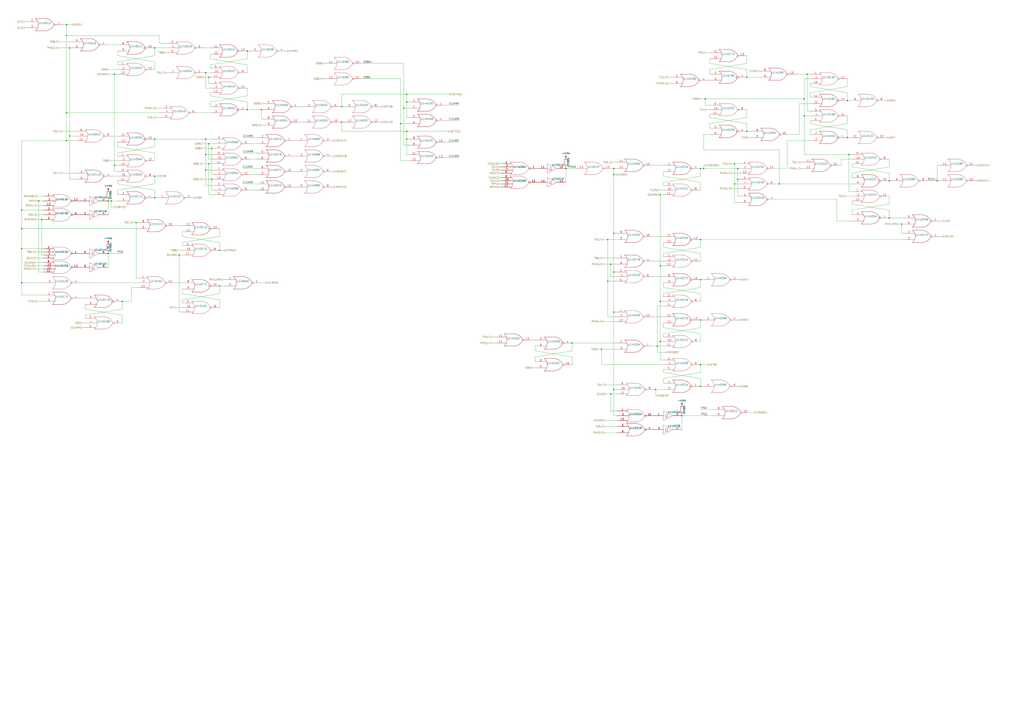
<source format=kicad_sch>
(kicad_sch (version 20211123) (generator eeschema)
  (paper "A1")
  (junction (at 54.61 115.57))
  (junction (at 328.93 101.6))
  (junction (at 603.25 134.62))
  (junction (at 331.47 88.9))
  (junction (at 17.78 172.72))
  (junction (at 147.32 209.55))
  (junction (at 603.25 151.13))
  (junction (at 640.08 151.13))
  (junction (at 575.31 229.87))
  (junction (at 171.45 63.5))
  (junction (at 560.07 341.63))
  (junction (at 180.34 205.74))
  (junction (at 695.96 113.03))
  (junction (at 730.25 179.07))
  (junction (at 501.65 323.85))
  (junction (at 57.15 111.76))
  (junction (at 127 39.37))
  (junction (at 575.31 299.72))
  (junction (at 613.41 63.5))
  (junction (at 127 162.56))
  (junction (at 504.19 256.54))
  (junction (at 577.85 138.43))
  (junction (at 88.9 165.1))
  (junction (at 542.29 247.65))
  (junction (at 494.03 287.02))
  (junction (at 542.29 280.67))
  (junction (at 91.44 165.1))
  (junction (at 214.63 90.17))
  (junction (at 579.12 81.28))
  (junction (at 539.75 284.48))
  (junction (at 613.41 107.95))
  (junction (at 100.33 247.65))
  (junction (at 203.2 90.17))
  (junction (at 54.61 92.71))
  (junction (at 173.99 121.92))
  (junction (at 93.98 135.89))
  (junction (at 334.01 114.3))
  (junction (at 538.48 320.04))
  (junction (at 334.01 77.47))
  (junction (at 93.98 60.96))
  (junction (at 54.61 20.32))
  (junction (at 203.2 41.91))
  (junction (at 34.29 180.34))
  (junction (at 469.9 281.94))
  (junction (at 127 114.3))
  (junction (at 575.31 262.89))
  (junction (at 17.78 204.47))
  (junction (at 501.65 217.17))
  (junction (at 464.82 138.43))
  (junction (at 168.91 127))
  (junction (at 180.34 234.95))
  (junction (at 662.94 60.96))
  (junction (at 17.78 187.96))
  (junction (at 575.31 196.85))
  (junction (at 575.31 138.43))
  (junction (at 730.25 148.59))
  (junction (at 697.23 127))
  (junction (at 280.67 87.63))
  (junction (at 740.41 184.15))
  (junction (at 769.62 148.59))
  (junction (at 168.91 139.7))
  (junction (at 57.15 39.37))
  (junction (at 168.91 59.69))
  (junction (at 173.99 147.32))
  (junction (at 575.31 317.5))
  (junction (at 504.19 143.51))
  (junction (at 499.11 196.85))
  (junction (at 542.29 160.02))
  (junction (at 504.19 223.52))
  (junction (at 499.11 231.14))
  (junction (at 660.4 95.25))
  (junction (at 504.19 138.43))
  (junction (at 31.75 165.1))
  (junction (at 695.96 82.55))
  (junction (at 605.79 147.32))
  (junction (at 280.67 100.33))
  (junction (at 17.78 232.41))
  (junction (at 660.4 81.28))
  (junction (at 111.76 182.88))
  (junction (at 127 144.78))
  (junction (at 334.01 83.82))
  (junction (at 168.91 114.3))
  (junction (at 54.61 29.21))
  (junction (at 171.45 118.11))
  (junction (at 88.9 208.28))
  (junction (at 504.19 320.04))
  (junction (at 334.01 107.95))
  (junction (at 605.79 138.43))
  (junction (at 171.45 134.62))
  (junction (at 504.19 191.77))
  (junction (at 542.29 218.44))
  (wire (pts (xy 501.65 323.85) (xy 501.65 337.82)))
  (wire (pts (xy 214.63 90.17) (xy 214.63 97.79)))
  (wire (pts (xy 582.93 86.36) (xy 579.12 86.36)))
  (wire (pts (xy 769.62 148.59) (xy 769.62 135.89)))
  (wire (pts (xy 411.48 153.67) (xy 410.21 153.67)))
  (wire (pts (xy 331.47 88.9) (xy 331.47 119.38)))
  (wire (pts (xy 34.29 180.34) (xy 35.56 180.34)))
  (wire (pts (xy 57.15 111.76) (xy 62.23 111.76)))
  (wire (pts (xy 506.73 350.52) (xy 496.57 350.52)))
  (wire (pts (xy 613.41 57.15) (xy 582.93 52.07)))
  (wire (pts (xy 464.82 137.16) (xy 464.82 138.43)))
  (wire (pts (xy 312.42 87.63) (xy 313.69 87.63)))
  (wire (pts (xy 331.47 52.07) (xy 331.47 88.9)))
  (wire (pts (xy 35.56 207.01) (xy 29.21 207.01)))
  (wire (pts (xy 96.52 125.73) (xy 96.52 128.27)))
  (wire (pts (xy 613.41 52.07) (xy 582.93 57.15)))
  (wire (pts (xy 96.52 132.08) (xy 90.17 132.08)))
  (wire (pts (xy 659.13 133.35) (xy 657.86 133.35)))
  (wire (pts (xy 331.47 119.38) (xy 335.28 119.38)))
  (wire (pts (xy 180.34 199.39) (xy 149.86 194.31)))
  (wire (pts (xy 149.86 194.31) (xy 149.86 190.5)))
  (wire (pts (xy 469.9 299.72) (xy 469.9 293.37)))
  (wire (pts (xy 730.25 179.07) (xy 741.68 179.07)))
  (wire (pts (xy 607.06 142.24) (xy 600.71 142.24)))
  (wire (pts (xy 504.19 143.51) (xy 506.73 143.51)))
  (wire (pts (xy 88.9 60.96) (xy 93.98 60.96)))
  (wire (pts (xy 544.83 269.24) (xy 575.31 274.32)))
  (wire (pts (xy 613.41 107.95) (xy 613.41 101.6)))
  (wire (pts (xy 35.56 168.91) (xy 30.48 168.91)))
  (wire (pts (xy 241.3 153.67) (xy 242.57 153.67)))
  (wire (pts (xy 544.83 311.15) (xy 544.83 314.96)))
  (wire (pts (xy 246.38 87.63) (xy 248.92 87.63)))
  (wire (pts (xy 96.52 50.8) (xy 96.52 53.34)))
  (wire (pts (xy 127 50.8) (xy 96.52 45.72)))
  (wire (pts (xy 334.01 107.95) (xy 334.01 114.3)))
  (wire (pts (xy 499.11 231.14) (xy 505.46 231.14)))
  (wire (pts (xy 210.82 113.03) (xy 199.39 113.03)))
  (wire (pts (xy 695.96 82.55) (xy 697.23 82.55)))
  (wire (pts (xy 575.31 299.72) (xy 581.66 299.72)))
  (wire (pts (xy 334.01 127) (xy 335.28 127)))
  (wire (pts (xy 279.4 87.63) (xy 280.67 87.63)))
  (wire (pts (xy 166.37 118.11) (xy 171.45 118.11)))
  (wire (pts (xy 17.78 204.47) (xy 35.56 204.47)))
  (wire (pts (xy 130.81 35.56) (xy 137.16 35.56)))
  (wire (pts (xy 171.45 68.58) (xy 172.72 68.58)))
  (wire (pts (xy 551.18 63.5) (xy 548.64 63.5)))
  (wire (pts (xy 35.56 161.29) (xy 30.48 161.29)))
  (wire (pts (xy 575.31 306.07) (xy 544.83 311.15)))
  (wire (pts (xy 54.61 115.57) (xy 62.23 115.57)))
  (wire (pts (xy 575.31 317.5) (xy 576.58 317.5)))
  (wire (pts (xy 246.38 100.33) (xy 248.92 100.33)))
  (wire (pts (xy 539.75 284.48) (xy 544.83 284.48)))
  (wire (pts (xy 539.75 289.56) (xy 547.37 289.56)))
  (wire (pts (xy 127 156.21) (xy 96.52 151.13)))
  (wire (pts (xy 173.99 143.51) (xy 175.26 143.51)))
  (wire (pts (xy 687.07 181.61) (xy 687.07 163.83)))
  (wire (pts (xy 127 39.37) (xy 137.16 39.37)))
  (wire (pts (xy 273.05 153.67) (xy 274.32 153.67)))
  (wire (pts (xy 334.01 83.82) (xy 334.01 96.52)))
  (wire (pts (xy 280.67 77.47) (xy 334.01 77.47)))
  (wire (pts (xy 166.37 134.62) (xy 171.45 134.62)))
  (wire (pts (xy 203.2 48.26) (xy 172.72 53.34)))
  (wire (pts (xy 93.98 140.97) (xy 96.52 140.97)))
  (wire (pts (xy 603.25 134.62) (xy 607.06 134.62)))
  (wire (pts (xy 109.22 182.88) (xy 111.76 182.88)))
  (wire (pts (xy 180.34 241.3) (xy 149.86 246.38)))
  (wire (pts (xy 180.34 234.95) (xy 180.34 241.3)))
  (wire (pts (xy 607.06 262.89) (xy 608.33 262.89)))
  (wire (pts (xy 57.15 111.76) (xy 57.15 147.32)))
  (wire (pts (xy 411.48 151.13) (xy 410.21 151.13)))
  (wire (pts (xy 740.41 184.15) (xy 741.68 184.15)))
  (wire (pts (xy 127 39.37) (xy 127 45.72)))
  (wire (pts (xy 334.01 83.82) (xy 335.28 83.82)))
  (wire (pts (xy 501.65 217.17) (xy 505.46 217.17)))
  (wire (pts (xy 501.65 323.85) (xy 506.73 323.85)))
  (wire (pts (xy 582.93 57.15) (xy 582.93 60.96)))
  (wire (pts (xy 654.05 60.96) (xy 662.94 60.96)))
  (wire (pts (xy 149.86 246.38) (xy 149.86 248.92)))
  (wire (pts (xy 21.59 22.86) (xy 20.32 22.86)))
  (wire (pts (xy 499.11 260.35) (xy 505.46 260.35)))
  (wire (pts (xy 603.25 134.62) (xy 603.25 151.13)))
  (wire (pts (xy 499.11 196.85) (xy 505.46 196.85)))
  (wire (pts (xy 365.76 99.06) (xy 377.19 99.06)))
  (wire (pts (xy 30.48 180.34) (xy 34.29 180.34)))
  (wire (pts (xy 740.41 191.77) (xy 741.68 191.77)))
  (wire (pts (xy 730.25 148.59) (xy 730.25 142.24)))
  (wire (pts (xy 180.34 234.95) (xy 184.15 234.95)))
  (wire (pts (xy 544.83 156.21) (xy 541.02 156.21)))
  (wire (pts (xy 203.2 90.17) (xy 203.2 83.82)))
  (wire (pts (xy 406.4 276.86) (xy 403.86 276.86)))
  (wire (pts (xy 646.43 138.43) (xy 646.43 115.57)))
  (wire (pts (xy 334.01 114.3) (xy 335.28 114.3)))
  (wire (pts (xy 100.33 265.43) (xy 100.33 259.08)))
  (wire (pts (xy 603.25 151.13) (xy 603.25 166.37)))
  (wire (pts (xy 203.2 72.39) (xy 203.2 78.74)))
  (wire (pts (xy 168.91 59.69) (xy 172.72 59.69)))
  (wire (pts (xy 762 148.59) (xy 769.62 148.59)))
  (wire (pts (xy 30.48 165.1) (xy 31.75 165.1)))
  (wire (pts (xy 96.52 156.21) (xy 96.52 160.02)))
  (wire (pts (xy 495.3 196.85) (xy 499.11 196.85)))
  (wire (pts (xy 241.3 140.97) (xy 242.57 140.97)))
  (wire (pts (xy 93.98 135.89) (xy 93.98 140.97)))
  (wire (pts (xy 647.7 110.49) (xy 656.59 110.49)))
  (wire (pts (xy 214.63 232.41) (xy 218.44 232.41)))
  (wire (pts (xy 665.48 101.6) (xy 665.48 99.06)))
  (wire (pts (xy 168.91 72.39) (xy 172.72 72.39)))
  (wire (pts (xy 113.03 228.6) (xy 111.76 228.6)))
  (wire (pts (xy 96.52 57.15) (xy 88.9 57.15)))
  (wire (pts (xy 168.91 139.7) (xy 175.26 139.7)))
  (wire (pts (xy 328.93 101.6) (xy 335.28 101.6)))
  (wire (pts (xy 172.72 53.34) (xy 172.72 55.88)))
  (wire (pts (xy 69.85 254) (xy 69.85 250.19)))
  (wire (pts (xy 622.3 58.42) (xy 623.57 58.42)))
  (wire (pts (xy 406.4 281.94) (xy 403.86 281.94)))
  (wire (pts (xy 769.62 135.89) (xy 770.89 135.89)))
  (wire (pts (xy 699.77 172.72) (xy 699.77 176.53)))
  (wire (pts (xy 93.98 60.96) (xy 96.52 60.96)))
  (wire (pts (xy 613.41 63.5) (xy 623.57 63.5)))
  (wire (pts (xy 464.82 138.43) (xy 472.44 138.43)))
  (wire (pts (xy 31.75 223.52) (xy 35.56 223.52)))
  (wire (pts (xy 127 151.13) (xy 96.52 156.21)))
  (wire (pts (xy 694.69 161.29) (xy 699.77 161.29)))
  (wire (pts (xy 171.45 118.11) (xy 175.26 118.11)))
  (wire (pts (xy 613.41 90.17) (xy 613.41 96.52)))
  (wire (pts (xy 69.85 259.08) (xy 69.85 261.62)))
  (wire (pts (xy 737.87 184.15) (xy 740.41 184.15)))
  (wire (pts (xy 205.74 156.21) (xy 210.82 156.21)))
  (wire (pts (xy 730.25 137.16) (xy 699.77 142.24)))
  (wire (pts (xy 100.33 254) (xy 69.85 259.08)))
  (wire (pts (xy 607.06 154.94) (xy 600.71 154.94)))
  (wire (pts (xy 535.94 284.48) (xy 539.75 284.48)))
  (wire (pts (xy 575.31 81.28) (xy 579.12 81.28)))
  (wire (pts (xy 538.48 320.04) (xy 544.83 320.04)))
  (wire (pts (xy 127 162.56) (xy 127 156.21)))
  (wire (pts (xy 504.19 256.54) (xy 505.46 256.54)))
  (wire (pts (xy 166.37 121.92) (xy 173.99 121.92)))
  (wire (pts (xy 740.41 184.15) (xy 740.41 191.77)))
  (wire (pts (xy 504.19 138.43) (xy 504.19 143.51)))
  (wire (pts (xy 234.95 41.91) (xy 236.22 41.91)))
  (wire (pts (xy 660.4 64.77) (xy 660.4 81.28)))
  (wire (pts (xy 180.34 205.74) (xy 184.15 205.74)))
  (wire (pts (xy 168.91 139.7) (xy 168.91 152.4)))
  (wire (pts (xy 411.48 148.59) (xy 410.21 148.59)))
  (wire (pts (xy 499.11 231.14) (xy 499.11 260.35)))
  (wire (pts (xy 689.61 135.89) (xy 690.88 135.89)))
  (wire (pts (xy 365.76 116.84) (xy 377.19 116.84)))
  (wire (pts (xy 542.29 247.65) (xy 542.29 280.67)))
  (wire (pts (xy 662.94 60.96) (xy 665.48 60.96)))
  (wire (pts (xy 241.3 128.27) (xy 242.57 128.27)))
  (wire (pts (xy 656.59 110.49) (xy 656.59 85.09)))
  (wire (pts (xy 127 57.15) (xy 127 50.8)))
  (wire (pts (xy 542.29 247.65) (xy 544.83 247.65)))
  (wire (pts (xy 184.15 229.87) (xy 182.88 229.87)))
  (wire (pts (xy 130.81 29.21) (xy 130.81 35.56)))
  (wire (pts (xy 544.83 149.86) (xy 544.83 152.4)))
  (wire (pts (xy 168.91 114.3) (xy 168.91 127)))
  (wire (pts (xy 57.15 147.32) (xy 62.23 147.32)))
  (wire (pts (xy 147.32 209.55) (xy 147.32 256.54)))
  (wire (pts (xy 328.93 101.6) (xy 328.93 132.08)))
  (wire (pts (xy 35.56 247.65) (xy 30.48 247.65)))
  (wire (pts (xy 504.19 256.54) (xy 504.19 320.04)))
  (wire (pts (xy 605.79 138.43) (xy 607.06 138.43)))
  (wire (pts (xy 107.95 236.22) (xy 113.03 236.22)))
  (wire (pts (xy 203.2 53.34) (xy 172.72 48.26)))
  (wire (pts (xy 505.46 264.16) (xy 495.3 264.16)))
  (wire (pts (xy 551.18 68.58) (xy 548.64 68.58)))
  (wire (pts (xy 535.94 227.33) (xy 544.83 227.33)))
  (wire (pts (xy 113.03 232.41) (xy 66.04 232.41)))
  (wire (pts (xy 544.83 236.22) (xy 544.83 232.41)))
  (wire (pts (xy 69.85 269.24) (xy 67.31 269.24)))
  (wire (pts (xy 697.23 127) (xy 697.23 157.48)))
  (wire (pts (xy 699.77 142.24) (xy 699.77 146.05)))
  (wire (pts (xy 695.96 106.68) (xy 665.48 101.6)))
  (wire (pts (xy 149.86 199.39) (xy 149.86 201.93)))
  (wire (pts (xy 439.42 288.29) (xy 439.42 284.48)))
  (wire (pts (xy 171.45 134.62) (xy 171.45 160.02)))
  (wire (pts (xy 48.26 39.37) (xy 57.15 39.37)))
  (wire (pts (xy 660.4 127) (xy 697.23 127)))
  (wire (pts (xy 334.01 77.47) (xy 369.57 77.47)))
  (wire (pts (xy 297.18 64.77) (xy 328.93 64.77)))
  (wire (pts (xy 505.46 212.09) (xy 495.3 212.09)))
  (wire (pts (xy 17.78 172.72) (xy 35.56 172.72)))
  (wire (pts (xy 730.25 172.72) (xy 699.77 167.64)))
  (wire (pts (xy 172.72 48.26) (xy 172.72 44.45)))
  (wire (pts (xy 582.93 96.52) (xy 582.93 93.98)))
  (wire (pts (xy 411.48 134.62) (xy 410.21 134.62)))
  (wire (pts (xy 542.29 280.67) (xy 544.83 280.67)))
  (wire (pts (xy 17.78 187.96) (xy 113.03 187.96)))
  (wire (pts (xy 107.95 247.65) (xy 107.95 236.22)))
  (wire (pts (xy 171.45 118.11) (xy 171.45 130.81)))
  (wire (pts (xy 801.37 135.89) (xy 802.64 135.89)))
  (wire (pts (xy 69.85 265.43) (xy 67.31 265.43)))
  (wire (pts (xy 331.47 88.9) (xy 335.28 88.9)))
  (wire (pts (xy 88.9 208.28) (xy 101.6 208.28)))
  (wire (pts (xy 582.93 52.07) (xy 582.93 48.26)))
  (wire (pts (xy 542.29 218.44) (xy 542.29 247.65)))
  (wire (pts (xy 180.34 194.31) (xy 149.86 199.39)))
  (wire (pts (xy 57.15 39.37) (xy 57.15 111.76)))
  (wire (pts (xy 501.65 227.33) (xy 505.46 227.33)))
  (wire (pts (xy 577.85 138.43) (xy 577.85 135.89)))
  (wire (pts (xy 241.3 115.57) (xy 242.57 115.57)))
  (wire (pts (xy 504.19 223.52) (xy 505.46 223.52)))
  (wire (pts (xy 31.75 165.1) (xy 31.75 223.52)))
  (wire (pts (xy 494.03 299.72) (xy 544.83 299.72)))
  (wire (pts (xy 730.25 161.29) (xy 730.25 167.64)))
  (wire (pts (xy 173.99 147.32) (xy 175.26 147.32)))
  (wire (pts (xy 575.31 229.87) (xy 575.31 236.22)))
  (wire (pts (xy 57.15 39.37) (xy 58.42 39.37)))
  (wire (pts (xy 411.48 137.16) (xy 410.21 137.16)))
  (wire (pts (xy 280.67 100.33) (xy 281.94 100.33)))
  (wire (pts (xy 203.2 41.91) (xy 204.47 41.91)))
  (wire (pts (xy 88.9 208.28) (xy 88.9 219.71)))
  (wire (pts (xy 656.59 85.09) (xy 665.48 85.09)))
  (wire (pts (xy 35.56 218.44) (xy 29.21 218.44)))
  (wire (pts (xy 544.83 306.07) (xy 544.83 303.53)))
  (wire (pts (xy 504.19 191.77) (xy 504.19 223.52)))
  (wire (pts (xy 180.34 246.38) (xy 149.86 241.3)))
  (wire (pts (xy 54.61 20.32) (xy 54.61 29.21)))
  (wire (pts (xy 214.63 90.17) (xy 215.9 90.17)))
  (wire (pts (xy 575.31 138.43) (xy 575.31 144.78)))
  (wire (pts (xy 127 120.65) (xy 96.52 125.73)))
  (wire (pts (xy 93.98 60.96) (xy 93.98 135.89)))
  (wire (pts (xy 660.4 81.28) (xy 660.4 95.25)))
  (wire (pts (xy 539.75 284.48) (xy 539.75 289.56)))
  (wire (pts (xy 167.64 59.69) (xy 168.91 59.69)))
  (wire (pts (xy 575.31 311.15) (xy 544.83 306.07)))
  (wire (pts (xy 640.08 151.13) (xy 699.77 151.13)))
  (wire (pts (xy 215.9 85.09) (xy 214.63 85.09)))
  (wire (pts (xy 577.85 110.49) (xy 582.93 110.49)))
  (wire (pts (xy 166.37 147.32) (xy 173.99 147.32)))
  (wire (pts (xy 411.48 142.24) (xy 410.21 142.24)))
  (wire (pts (xy 695.96 113.03) (xy 695.96 106.68)))
  (wire (pts (xy 205.74 143.51) (xy 210.82 143.51)))
  (wire (pts (xy 690.88 130.81) (xy 699.77 130.81)))
  (wire (pts (xy 21.59 17.78) (xy 20.32 17.78)))
  (wire (pts (xy 35.56 212.09) (xy 29.21 212.09)))
  (wire (pts (xy 695.96 76.2) (xy 665.48 71.12)))
  (wire (pts (xy 127 144.78) (xy 127 151.13)))
  (wire (pts (xy 613.41 63.5) (xy 613.41 57.15)))
  (wire (pts (xy 172.72 83.82) (xy 172.72 87.63)))
  (wire (pts (xy 35.56 215.9) (xy 29.21 215.9)))
  (wire (pts (xy 411.48 146.05) (xy 410.21 146.05)))
  (wire (pts (xy 575.31 196.85) (xy 741.68 196.85)))
  (wire (pts (xy 127 45.72) (xy 96.52 50.8)))
  (wire (pts (xy 603.25 166.37) (xy 607.06 166.37)))
  (wire (pts (xy 312.42 100.33) (xy 313.69 100.33)))
  (wire (pts (xy 541.02 160.02) (xy 542.29 160.02)))
  (wire (pts (xy 699.77 181.61) (xy 687.07 181.61)))
  (wire (pts (xy 203.2 59.69) (xy 203.2 53.34)))
  (wire (pts (xy 137.16 43.18) (xy 135.89 43.18)))
  (wire (pts (xy 506.73 316.23) (xy 497.84 316.23)))
  (wire (pts (xy 575.31 274.32) (xy 575.31 280.67)))
  (wire (pts (xy 149.86 241.3) (xy 149.86 237.49)))
  (wire (pts (xy 662.94 60.96) (xy 662.94 91.44)))
  (wire (pts (xy 167.64 63.5) (xy 171.45 63.5)))
  (wire (pts (xy 665.48 71.12) (xy 665.48 68.58)))
  (wire (pts (xy 100.33 247.65) (xy 100.33 254)))
  (wire (pts (xy 62.23 107.95) (xy 50.8 107.95)))
  (wire (pts (xy 66.04 245.11) (xy 69.85 245.11)))
  (wire (pts (xy 88.9 207.01) (xy 88.9 208.28)))
  (wire (pts (xy 542.29 160.02) (xy 544.83 160.02)))
  (wire (pts (xy 127 132.08) (xy 127 125.73)))
  (wire (pts (xy 544.83 203.2) (xy 544.83 199.39)))
  (wire (pts (xy 34.29 180.34) (xy 34.29 209.55)))
  (wire (pts (xy 577.85 135.89) (xy 579.12 135.89)))
  (wire (pts (xy 147.32 209.55) (xy 149.86 209.55)))
  (wire (pts (xy 665.48 106.68) (xy 665.48 110.49)))
  (wire (pts (xy 605.79 161.29) (xy 607.06 161.29)))
  (wire (pts (xy 214.63 97.79) (xy 215.9 97.79)))
  (wire (pts (xy 91.44 170.18) (xy 93.98 170.18)))
  (wire (pts (xy 279.4 100.33) (xy 280.67 100.33)))
  (wire (pts (xy 297.18 52.07) (xy 331.47 52.07)))
  (wire (pts (xy 581.66 66.04) (xy 582.93 66.04)))
  (wire (pts (xy 168.91 59.69) (xy 168.91 72.39)))
  (wire (pts (xy 727.71 82.55) (xy 728.98 82.55)))
  (wire (pts (xy 730.25 179.07) (xy 730.25 172.72)))
  (wire (pts (xy 132.08 88.9) (xy 128.27 88.9)))
  (wire (pts (xy 613.41 45.72) (xy 613.41 52.07)))
  (wire (pts (xy 180.34 187.96) (xy 180.34 194.31)))
  (wire (pts (xy 127 114.3) (xy 127 120.65)))
  (wire (pts (xy 111.76 228.6) (xy 111.76 182.88)))
  (wire (pts (xy 168.91 152.4) (xy 175.26 152.4)))
  (wire (pts (xy 544.83 241.3) (xy 544.83 243.84)))
  (wire (pts (xy 504.19 223.52) (xy 504.19 256.54)))
  (wire (pts (xy 280.67 87.63) (xy 281.94 87.63)))
  (wire (pts (xy 54.61 20.32) (xy 59.69 20.32)))
  (wire (pts (xy 560.07 341.63) (xy 585.47 341.63)))
  (wire (pts (xy 499.11 196.85) (xy 499.11 231.14)))
  (wire (pts (xy 88.9 165.1) (xy 88.9 176.53)))
  (wire (pts (xy 205.74 118.11) (xy 210.82 118.11)))
  (wire (pts (xy 17.78 172.72) (xy 17.78 187.96)))
  (wire (pts (xy 538.48 325.12) (xy 539.75 325.12)))
  (wire (pts (xy 687.07 163.83) (xy 637.54 163.83)))
  (wire (pts (xy 504.19 143.51) (xy 504.19 191.77)))
  (wire (pts (xy 535.94 135.89) (xy 544.83 135.89)))
  (wire (pts (xy 695.96 95.25) (xy 695.96 101.6)))
  (wire (pts (xy 215.9 102.87) (xy 214.63 102.87)))
  (wire (pts (xy 96.52 45.72) (xy 96.52 41.91)))
  (wire (pts (xy 575.31 229.87) (xy 576.58 229.87)))
  (wire (pts (xy 17.78 204.47) (xy 17.78 232.41)))
  (wire (pts (xy 180.34 252.73) (xy 180.34 246.38)))
  (wire (pts (xy 171.45 160.02) (xy 175.26 160.02)))
  (wire (pts (xy 501.65 337.82) (xy 506.73 337.82)))
  (wire (pts (xy 497.84 323.85) (xy 501.65 323.85)))
  (wire (pts (xy 17.78 115.57) (xy 54.61 115.57)))
  (wire (pts (xy 52.07 20.32) (xy 54.61 20.32)))
  (wire (pts (xy 100.33 259.08) (xy 69.85 254)))
  (wire (pts (xy 210.82 138.43) (xy 199.39 138.43)))
  (wire (pts (xy 54.61 29.21) (xy 130.81 29.21)))
  (wire (pts (xy 494.03 287.02) (xy 494.03 299.72)))
  (wire (pts (xy 690.88 135.89) (xy 690.88 130.81)))
  (wire (pts (xy 605.79 147.32) (xy 607.06 147.32)))
  (wire (pts (xy 266.7 64.77) (xy 265.43 64.77)))
  (wire (pts (xy 600.71 134.62) (xy 603.25 134.62)))
  (wire (pts (xy 491.49 287.02) (xy 494.03 287.02)))
  (wire (pts (xy 544.83 208.28) (xy 544.83 210.82)))
  (wire (pts (xy 168.91 127) (xy 175.26 127)))
  (wire (pts (xy 334.01 77.47) (xy 334.01 83.82)))
  (wire (pts (xy 535.94 214.63) (xy 544.83 214.63)))
  (wire (pts (xy 469.9 288.29) (xy 439.42 293.37)))
  (wire (pts (xy 411.48 139.7) (xy 410.21 139.7)))
  (wire (pts (xy 697.23 127) (xy 699.77 127)))
  (wire (pts (xy 365.76 86.36) (xy 377.19 86.36)))
  (wire (pts (xy 662.94 91.44) (xy 665.48 91.44)))
  (wire (pts (xy 266.7 52.07) (xy 265.43 52.07)))
  (wire (pts (xy 127 144.78) (xy 129.54 144.78)))
  (wire (pts (xy 646.43 115.57) (xy 665.48 115.57)))
  (wire (pts (xy 607.06 229.87) (xy 608.33 229.87)))
  (wire (pts (xy 603.25 151.13) (xy 607.06 151.13)))
  (wire (pts (xy 695.96 71.12) (xy 665.48 76.2)))
  (wire (pts (xy 280.67 107.95) (xy 334.01 107.95)))
  (wire (pts (xy 575.31 269.24) (xy 544.83 274.32)))
  (wire (pts (xy 92.71 144.78) (xy 96.52 144.78)))
  (wire (pts (xy 506.73 355.6) (xy 496.57 355.6)))
  (wire (pts (xy 280.67 100.33) (xy 280.67 107.95)))
  (wire (pts (xy 92.71 111.76) (xy 96.52 111.76)))
  (wire (pts (xy 111.76 182.88) (xy 113.03 182.88)))
  (wire (pts (xy 640.08 123.19) (xy 577.85 123.19)))
  (wire (pts (xy 544.83 265.43) (xy 544.83 269.24)))
  (wire (pts (xy 210.82 125.73) (xy 199.39 125.73)))
  (wire (pts (xy 132.08 96.52) (xy 128.27 96.52)))
  (wire (pts (xy 542.29 280.67) (xy 542.29 295.91)))
  (wire (pts (xy 88.9 163.83) (xy 88.9 165.1)))
  (wire (pts (xy 772.16 194.31) (xy 774.7 194.31)))
  (wire (pts (xy 172.72 78.74) (xy 172.72 76.2)))
  (wire (pts (xy 88.9 165.1) (xy 91.44 165.1)))
  (wire (pts (xy 494.03 287.02) (xy 505.46 287.02)))
  (wire (pts (xy 575.31 247.65) (xy 575.31 241.3)))
  (wire (pts (xy 147.32 256.54) (xy 149.86 256.54)))
  (wire (pts (xy 328.93 64.77) (xy 328.93 101.6)))
  (wire (pts (xy 660.4 64.77) (xy 665.48 64.77)))
  (wire (pts (xy 640.08 151.13) (xy 640.08 123.19)))
  (wire (pts (xy 699.77 167.64) (xy 699.77 165.1)))
  (wire (pts (xy 695.96 101.6) (xy 665.48 106.68)))
  (wire (pts (xy 469.9 281.94) (xy 505.46 281.94)))
  (wire (pts (xy 539.75 251.46) (xy 539.75 284.48)))
  (wire (pts (xy 637.54 138.43) (xy 646.43 138.43)))
  (wire (pts (xy 535.94 260.35) (xy 544.83 260.35)))
  (wire (pts (xy 143.51 232.41) (xy 149.86 232.41)))
  (wire (pts (xy 100.33 247.65) (xy 107.95 247.65)))
  (wire (pts (xy 203.2 78.74) (xy 172.72 83.82)))
  (wire (pts (xy 171.45 134.62) (xy 175.26 134.62)))
  (wire (pts (xy 273.05 115.57) (xy 274.32 115.57)))
  (wire (pts (xy 210.82 151.13) (xy 199.39 151.13)))
  (wire (pts (xy 173.99 156.21) (xy 175.26 156.21)))
  (wire (pts (xy 769.62 148.59) (xy 770.89 148.59)))
  (wire (pts (xy 127 114.3) (xy 168.91 114.3)))
  (wire (pts (xy 205.74 130.81) (xy 210.82 130.81)))
  (wire (pts (xy 17.78 187.96) (xy 17.78 204.47)))
  (wire (pts (xy 96.52 151.13) (xy 96.52 148.59)))
  (wire (pts (xy 171.45 63.5) (xy 171.45 68.58)))
  (wire (pts (xy 613.41 96.52) (xy 582.93 101.6)))
  (wire (pts (xy 439.42 302.26) (xy 436.88 302.26)))
  (wire (pts (xy 579.12 86.36) (xy 579.12 81.28)))
  (wire (pts (xy 575.31 138.43) (xy 577.85 138.43)))
  (wire (pts (xy 699.77 137.16) (xy 699.77 134.62)))
  (wire (pts (xy 582.93 101.6) (xy 582.93 105.41)))
  (wire (pts (xy 273.05 128.27) (xy 274.32 128.27)))
  (wire (pts (xy 504.19 191.77) (xy 505.46 191.77)))
  (wire (pts (xy 149.86 205.74) (xy 146.05 205.74)))
  (wire (pts (xy 365.76 129.54) (xy 377.19 129.54)))
  (wire (pts (xy 334.01 114.3) (xy 334.01 127)))
  (wire (pts (xy 17.78 242.57) (xy 35.56 242.57)))
  (wire (pts (xy 501.65 217.17) (xy 501.65 227.33)))
  (wire (pts (xy 695.96 82.55) (xy 695.96 76.2)))
  (wire (pts (xy 542.29 295.91) (xy 544.83 295.91)))
  (wire (pts (xy 203.2 41.91) (xy 203.2 48.26)))
  (wire (pts (xy 273.05 140.97) (xy 274.32 140.97)))
  (wire (pts (xy 575.31 241.3) (xy 544.83 236.22)))
  (wire (pts (xy 575.31 144.78) (xy 544.83 149.86)))
  (wire (pts (xy 579.12 81.28) (xy 660.4 81.28)))
  (wire (pts (xy 660.4 95.25) (xy 665.48 95.25)))
  (wire (pts (xy 506.73 345.44) (xy 496.57 345.44)))
  (wire (pts (xy 575.31 317.5) (xy 575.31 311.15)))
  (wire (pts (xy 504.19 320.04) (xy 506.73 320.04)))
  (wire (pts (xy 802.64 148.59) (xy 801.37 148.59)))
  (wire (pts (xy 577.85 123.19) (xy 577.85 110.49)))
  (wire (pts (xy 146.05 209.55) (xy 147.32 209.55)))
  (wire (pts (xy 544.83 251.46) (xy 539.75 251.46)))
  (wire (pts (xy 173.99 121.92) (xy 175.26 121.92)))
  (wire (pts (xy 334.01 96.52) (xy 335.28 96.52)))
  (wire (pts (xy 575.31 262.89) (xy 576.58 262.89)))
  (wire (pts (xy 582.93 90.17) (xy 580.39 90.17)))
  (wire (pts (xy 91.44 165.1) (xy 91.44 170.18)))
  (wire (pts (xy 560.07 340.36) (xy 560.07 341.63)))
  (wire (pts (xy 579.12 43.18) (xy 582.93 43.18)))
  (wire (pts (xy 697.23 157.48) (xy 699.77 157.48)))
  (wire (pts (xy 575.31 196.85) (xy 575.31 203.2)))
  (wire (pts (xy 334.01 107.95) (xy 368.3 107.95)))
  (wire (pts (xy 660.4 95.25) (xy 660.4 127)))
  (wire (pts (xy 502.92 138.43) (xy 504.19 138.43)))
  (wire (pts (xy 613.41 101.6) (xy 582.93 96.52)))
  (wire (pts (xy 585.47 336.55) (xy 575.31 336.55)))
  (wire (pts (xy 171.45 63.5) (xy 172.72 63.5)))
  (wire (pts (xy 171.45 130.81) (xy 175.26 130.81)))
  (wire (pts (xy 665.48 76.2) (xy 665.48 80.01)))
  (wire (pts (xy 54.61 29.21) (xy 54.61 92.71)))
  (wire (pts (xy 168.91 127) (xy 168.91 139.7)))
  (wire (pts (xy 605.79 147.32) (xy 605.79 161.29)))
  (wire (pts (xy 96.52 120.65) (xy 96.52 116.84)))
  (wire (pts (xy 17.78 232.41) (xy 17.78 242.57)))
  (wire (pts (xy 504.19 320.04) (xy 504.19 341.63)))
  (wire (pts (xy 436.88 279.4) (xy 439.42 279.4)))
  (wire (pts (xy 560.07 341.63) (xy 560.07 353.06)))
  (wire (pts (xy 93.98 135.89) (xy 96.52 135.89)))
  (wire (pts (xy 58.42 34.29) (xy 48.26 34.29)))
  (wire (pts (xy 538.48 320.04) (xy 538.48 325.12)))
  (wire (pts (xy 659.13 138.43) (xy 657.86 138.43)))
  (wire (pts (xy 613.41 107.95) (xy 617.22 107.95)))
  (wire (pts (xy 127 162.56) (xy 128.27 162.56)))
  (wire (pts (xy 54.61 92.71) (xy 54.61 115.57)))
  (wire (pts (xy 173.99 121.92) (xy 173.99 143.51)))
  (wire (pts (xy 168.91 114.3) (xy 175.26 114.3)))
  (wire (pts (xy 605.79 138.43) (xy 605.79 147.32)))
  (wire (pts (xy 535.94 194.31) (xy 544.83 194.31)))
  (wire (pts (xy 31.75 165.1) (xy 35.56 165.1)))
  (wire (pts (xy 730.25 142.24) (xy 699.77 137.16)))
  (wire (pts (xy 575.31 236.22) (xy 544.83 241.3)))
  (wire (pts (xy 577.85 138.43) (xy 605.79 138.43)))
  (wire (pts (xy 575.31 156.21) (xy 575.31 149.86)))
  (wire (pts (xy 158.75 162.56) (xy 160.02 162.56)))
  (wire (pts (xy 617.22 113.03) (xy 614.68 113.03)))
  (wire (pts (xy 544.83 144.78) (xy 544.83 140.97)))
  (wire (pts (xy 35.56 176.53) (xy 30.48 176.53)))
  (wire (pts (xy 695.96 113.03) (xy 697.23 113.03)))
  (wire (pts (xy 54.61 92.71) (xy 132.08 92.71)))
  (wire (pts (xy 62.23 142.24) (xy 50.8 142.24)))
  (wire (pts (xy 504.19 138.43) (xy 505.46 138.43)))
  (wire (pts (xy 637.54 151.13) (xy 640.08 151.13)))
  (wire (pts (xy 772.16 181.61) (xy 774.7 181.61)))
  (wire (pts (xy 542.29 218.44) (xy 544.83 218.44)))
  (wire (pts (xy 575.31 214.63) (xy 575.31 208.28)))
  (wire (pts (xy 537.21 320.04) (xy 538.48 320.04)))
  (wire (pts (xy 575.31 299.72) (xy 575.31 306.07)))
  (wire (pts (xy 328.93 132.08) (xy 335.28 132.08)))
  (wire (pts (xy 469.9 293.37) (xy 439.42 288.29)))
  (wire (pts (xy 695.96 64.77) (xy 695.96 71.12)))
  (wire (pts (xy 730.25 167.64) (xy 699.77 172.72)))
  (wire (pts (xy 127 125.73) (xy 96.52 120.65)))
  (wire (pts (xy 173.99 147.32) (xy 173.99 156.21)))
  (wire (pts (xy 203.2 90.17) (xy 214.63 90.17)))
  (wire (pts (xy 162.56 92.71) (xy 172.72 92.71)))
  (wire (pts (xy 502.92 133.35) (xy 505.46 133.35)))
  (wire (pts (xy 544.83 274.32) (xy 544.83 276.86)))
  (wire (pts (xy 203.2 83.82) (xy 172.72 78.74)))
  (wire (pts (xy 495.3 217.17) (xy 501.65 217.17)))
  (wire (pts (xy 615.95 339.09) (xy 619.76 339.09)))
  (wire (pts (xy 17.78 232.41) (xy 35.56 232.41)))
  (wire (pts (xy 730.25 130.81) (xy 730.25 137.16)))
  (wire (pts (xy 575.31 203.2) (xy 544.83 208.28)))
  (wire (pts (xy 137.16 59.69) (xy 135.89 59.69)))
  (wire (pts (xy 34.29 209.55) (xy 35.56 209.55)))
  (wire (pts (xy 464.82 138.43) (xy 464.82 149.86)))
  (wire (pts (xy 469.9 281.94) (xy 469.9 288.29)))
  (wire (pts (xy 172.72 39.37) (xy 167.64 39.37)))
  (wire (pts (xy 607.06 317.5) (xy 608.33 317.5)))
  (wire (pts (xy 280.67 87.63) (xy 280.67 77.47)))
  (wire (pts (xy 727.71 113.03) (xy 728.98 113.03)))
  (wire (pts (xy 542.29 160.02) (xy 542.29 218.44)))
  (wire (pts (xy 91.44 165.1) (xy 96.52 165.1)))
  (wire (pts (xy 439.42 293.37) (xy 439.42 297.18)))
  (wire (pts (xy 575.31 262.89) (xy 575.31 269.24)))
  (wire (pts (xy 504.19 341.63) (xy 506.73 341.63)))
  (wire (pts (xy 180.34 205.74) (xy 180.34 199.39)))
  (wire (pts (xy 17.78 115.57) (xy 17.78 172.72)))
  (wire (pts (xy 143.51 185.42) (xy 149.86 185.42)))
  (wire (pts (xy 730.25 148.59) (xy 731.52 148.59)))
  (wire (pts (xy 575.31 149.86) (xy 544.83 144.78)))
  (wire (pts (xy 88.9 36.83) (xy 96.52 36.83)))
  (wire (pts (xy 149.86 252.73) (xy 144.78 252.73)))
  (wire (pts (xy 35.56 220.98) (xy 29.21 220.98)))
  (wire (pts (xy 575.31 208.28) (xy 544.83 203.2)))
  (label "CLEARC" (at 199.39 138.43 0) (effects (font (size 1.524 1.524))))
  (label "TPGF" (at 101.6 208.28 180) (effects (font (size 1.524 1.524))))
  (label "CLEARC" (at 377.19 116.84 180) (effects (font (size 1.524 1.524))))
  (label "TPGF" (at 575.31 336.55 0) (effects (font (size 1.524 1.524))))
  (label "ERAS" (at 467.36 138.43 0) (effects (font (size 1.524 1.524))))
  (label "RSTK/" (at 762 148.59 0) (effects (font (size 1.524 1.524))))
  (label "CLEARA" (at 199.39 113.03 0) (effects (font (size 1.524 1.524))))
  (label "CLEARA" (at 377.19 86.36 180) (effects (font (size 1.524 1.524))))
  (label "S08A" (at 298.45 64.77 0) (effects (font (size 1.524 1.524))))
  (label "TPGE" (at 575.31 341.63 0) (effects (font (size 1.524 1.524))))
  (label "S08A/" (at 298.45 52.07 0) (effects (font (size 1.524 1.524))))
  (label "CLEARD" (at 377.19 129.54 180) (effects (font (size 1.524 1.524))))
  (label "CLEARD" (at 199.39 151.13 0) (effects (font (size 1.524 1.524))))
  (label "CLEARB" (at 377.19 99.06 180) (effects (font (size 1.524 1.524))))
  (label "CLEARB" (at 199.39 125.73 0) (effects (font (size 1.524 1.524))))
  (hierarchical_label "T06" (shape input) (at 436.88 302.26 180) (effects (font (size 1.524 1.524))))
  (hierarchical_label "S12" (shape input) (at 20.32 22.86 180) (effects (font (size 1.524 1.524))))
  (hierarchical_label "PHS3/" (shape input) (at 496.57 355.6 180) (effects (font (size 1.524 1.524))))
  (hierarchical_label "T05/" (shape input) (at 30.48 176.53 180) (effects (font (size 1.524 1.524))))
  (hierarchical_label "GOJAM" (shape input) (at 29.21 215.9 180) (effects (font (size 1.524 1.524))))
  (hierarchical_label "REDRST" (shape output) (at 547.37 289.56 0) (effects (font (size 1.524 1.524))))
  (hierarchical_label "MAMU" (shape input) (at 410.21 153.67 180) (effects (font (size 1.524 1.524))))
  (hierarchical_label "T01" (shape input) (at 694.69 161.29 180) (effects (font (size 1.524 1.524))))
  (hierarchical_label "RESETC" (shape output) (at 274.32 140.97 0) (effects (font (size 1.524 1.524))))
  (hierarchical_label "S09" (shape input) (at 166.37 118.11 180) (effects (font (size 1.524 1.524))))
  (hierarchical_label "STBF" (shape output) (at 129.54 144.78 0) (effects (font (size 1.524 1.524))))
  (hierarchical_label "T03/" (shape input) (at 495.3 196.85 180) (effects (font (size 1.524 1.524))))
  (hierarchical_label "T05/" (shape input) (at 403.86 276.86 180) (effects (font (size 1.524 1.524))))
  (hierarchical_label "SCAD" (shape input) (at 497.84 323.85 180) (effects (font (size 1.524 1.524))))
  (hierarchical_label "T05/" (shape input) (at 502.92 133.35 180) (effects (font (size 1.524 1.524))))
  (hierarchical_label "SBF" (shape output) (at 160.02 162.56 0) (effects (font (size 1.524 1.524))))
  (hierarchical_label "S09/" (shape input) (at 166.37 147.32 180) (effects (font (size 1.524 1.524))))
  (hierarchical_label "T08" (shape input) (at 146.05 205.74 180) (effects (font (size 1.524 1.524))))
  (hierarchical_label "MP1" (shape input) (at 410.21 151.13 180) (effects (font (size 1.524 1.524))))
  (hierarchical_label "RSTKX/" (shape output) (at 802.64 135.89 0) (effects (font (size 1.524 1.524))))
  (hierarchical_label "PHS3/" (shape input) (at 403.86 281.94 180) (effects (font (size 1.524 1.524))))
  (hierarchical_label "PHS4/" (shape input) (at 495.3 264.16 180) (effects (font (size 1.524 1.524))))
  (hierarchical_label "T11" (shape input) (at 580.39 90.17 180) (effects (font (size 1.524 1.524))))
  (hierarchical_label "T03" (shape input) (at 67.31 265.43 180) (effects (font (size 1.524 1.524))))
  (hierarchical_label "INOUT" (shape input) (at 410.21 142.24 180) (effects (font (size 1.524 1.524))))
  (hierarchical_label "T08" (shape input) (at 90.17 132.08 180) (effects (font (size 1.524 1.524))))
  (hierarchical_label "MNHSBF" (shape input) (at 30.48 161.29 180) (effects (font (size 1.524 1.524))))
  (hierarchical_label "STRGAT" (shape output) (at 184.15 205.74 0) (effects (font (size 1.524 1.524))))
  (hierarchical_label "FNERAS/" (shape output) (at 579.12 135.89 0) (effects (font (size 1.524 1.524))))
  (hierarchical_label "GOJAM" (shape input) (at 496.57 345.44 180) (effects (font (size 1.524 1.524))))
  (hierarchical_label "ROP/" (shape output) (at 59.69 20.32 0) (effects (font (size 1.524 1.524))))
  (hierarchical_label "T02/" (shape input) (at 657.86 133.35 180) (effects (font (size 1.524 1.524))))
  (hierarchical_label "T10/" (shape input) (at 30.48 247.65 180) (effects (font (size 1.524 1.524))))
  (hierarchical_label "GOJAM" (shape input) (at 67.31 269.24 180) (effects (font (size 1.524 1.524))))
  (hierarchical_label "T07/" (shape input) (at 50.8 142.24 180) (effects (font (size 1.524 1.524))))
  (hierarchical_label "SETAB" (shape output) (at 313.69 87.63 0) (effects (font (size 1.524 1.524))))
  (hierarchical_label "IHENV" (shape output) (at 236.22 41.91 0) (effects (font (size 1.524 1.524))))
  (hierarchical_label "WEY" (shape output) (at 728.98 113.03 0) (effects (font (size 1.524 1.524))))
  (hierarchical_label "T12A" (shape input) (at 541.02 156.21 180) (effects (font (size 1.524 1.524))))
  (hierarchical_label "RESETB" (shape output) (at 274.32 128.27 0) (effects (font (size 1.524 1.524))))
  (hierarchical_label "T05" (shape input) (at 491.49 287.02 180) (effects (font (size 1.524 1.524))))
  (hierarchical_label "PHS4/" (shape input) (at 30.48 168.91 180) (effects (font (size 1.524 1.524))))
  (hierarchical_label "SETCD" (shape output) (at 313.69 100.33 0) (effects (font (size 1.524 1.524))))
  (hierarchical_label "PHS4/" (shape input) (at 600.71 142.24 180) (effects (font (size 1.524 1.524))))
  (hierarchical_label "S08" (shape input) (at 265.43 52.07 180) (effects (font (size 1.524 1.524))))
  (hierarchical_label "PHS3/" (shape input) (at 48.26 39.37 180) (effects (font (size 1.524 1.524))))
  (hierarchical_label "SBE" (shape output) (at 608.33 317.5 0) (effects (font (size 1.524 1.524))))
  (hierarchical_label "SETCD/" (shape output) (at 368.3 107.95 0) (effects (font (size 1.524 1.524))))
  (hierarchical_label "ZID" (shape output) (at 774.7 181.61 0) (effects (font (size 1.524 1.524))))
  (hierarchical_label "S08/" (shape input) (at 166.37 134.62 180) (effects (font (size 1.524 1.524))))
  (hierarchical_label "RESETA" (shape output) (at 274.32 115.57 0) (effects (font (size 1.524 1.524))))
  (hierarchical_label "T01/" (shape input) (at 135.89 59.69 180) (effects (font (size 1.524 1.524))))
  (hierarchical_label "PHS3/" (shape input) (at 600.71 154.94 180) (effects (font (size 1.524 1.524))))
  (hierarchical_label "T08/" (shape input) (at 48.26 34.29 180) (effects (font (size 1.524 1.524))))
  (hierarchical_label "STBE" (shape output) (at 581.66 299.72 0) (effects (font (size 1.524 1.524))))
  (hierarchical_label "T04/" (shape input) (at 497.84 316.23 180) (effects (font (size 1.524 1.524))))
  (hierarchical_label "TPARG/" (shape output) (at 619.76 339.09 0) (effects (font (size 1.524 1.524))))
  (hierarchical_label "MYCLMP" (shape input) (at 737.87 184.15 180) (effects (font (size 1.524 1.524))))
  (hierarchical_label "T10/" (shape input) (at 600.71 134.62 180) (effects (font (size 1.524 1.524))))
  (hierarchical_label "T12A" (shape input) (at 622.3 58.42 180) (effects (font (size 1.524 1.524))))
  (hierarchical_label "ERAS/" (shape output) (at 506.73 143.51 0) (effects (font (size 1.524 1.524))))
  (hierarchical_label "T10" (shape input) (at 614.68 113.03 180) (effects (font (size 1.524 1.524))))
  (hierarchical_label "S08" (shape input) (at 166.37 121.92 180) (effects (font (size 1.524 1.524))))
  (hierarchical_label "GOJ1" (shape input) (at 410.21 148.59 180) (effects (font (size 1.524 1.524))))
  (hierarchical_label "PHS3/" (shape input) (at 495.3 217.17 180) (effects (font (size 1.524 1.524))))
  (hierarchical_label "REX" (shape output) (at 608.33 262.89 0) (effects (font (size 1.524 1.524))))
  (hierarchical_label "T02/" (shape input) (at 109.22 182.88 180) (effects (font (size 1.524 1.524))))
  (hierarchical_label "T05/" (shape input) (at 50.8 107.95 180) (effects (font (size 1.524 1.524))))
  (hierarchical_label "GOJAM" (shape input) (at 146.05 209.55 180) (effects (font (size 1.524 1.524))))
  (hierarchical_label "T01" (shape input) (at 579.12 43.18 180) (effects (font (size 1.524 1.524))))
  (hierarchical_label "MYCLMP" (shape input) (at 182.88 229.87 180) (effects (font (size 1.524 1.524))))
  (hierarchical_label "REY" (shape output) (at 608.33 229.87 0) (effects (font (size 1.524 1.524))))
  (hierarchical_label "S11" (shape input) (at 410.21 137.16 180) (effects (font (size 1.524 1.524))))
  (hierarchical_label "T12/" (shape input) (at 548.64 63.5 180) (effects (font (size 1.524 1.524))))
  (hierarchical_label "T08" (shape input) (at 135.89 43.18 180) (effects (font (size 1.524 1.524))))
  (hierarchical_label "CHINC" (shape input) (at 410.21 146.05 180) (effects (font (size 1.524 1.524))))
  (hierarchical_label "S12" (shape input) (at 410.21 139.7 180) (effects (font (size 1.524 1.524))))
  (hierarchical_label "DV3764" (shape input) (at 30.48 180.34 180) (effects (font (size 1.524 1.524))))
  (hierarchical_label "WEX" (shape output) (at 728.98 82.55 0) (effects (font (size 1.524 1.524))))
  (hierarchical_label "TIMR" (shape input) (at 167.64 63.5 180) (effects (font (size 1.524 1.524))))
  (hierarchical_label "SETEK" (shape output) (at 774.7 194.31 0) (effects (font (size 1.524 1.524))))
  (hierarchical_label "SETAB/" (shape output) (at 369.57 77.47 0) (effects (font (size 1.524 1.524))))
  (hierarchical_label "SBFSET" (shape output) (at 93.98 170.18 0) (effects (font (size 1.524 1.524))))
  (hierarchical_label "T10/" (shape input) (at 128.27 96.52 180) (effects (font (size 1.524 1.524))))
  (hierarchical_label "GOJAM" (shape input) (at 541.02 160.02 180) (effects (font (size 1.524 1.524))))
  (hierarchical_label "S08/" (shape input) (at 265.43 64.77 180) (effects (font (size 1.524 1.524))))
  (hierarchical_label "PHS4/" (shape input) (at 128.27 88.9 180) (effects (font (size 1.524 1.524))))
  (hierarchical_label "MP1" (shape input) (at 30.48 165.1 180) (effects (font (size 1.524 1.524))))
  (hierarchical_label "T07" (shape input) (at 144.78 252.73 180) (effects (font (size 1.524 1.524))))
  (hierarchical_label "TIMR" (shape input) (at 575.31 81.28 180) (effects (font (size 1.524 1.524))))
  (hierarchical_label "S11" (shape input) (at 20.32 17.78 180) (effects (font (size 1.524 1.524))))
  (hierarchical_label "PHS4/" (shape input) (at 657.86 138.43 180) (effects (font (size 1.524 1.524))))
  (hierarchical_label "SBESET" (shape output) (at 539.75 325.12 0) (effects (font (size 1.524 1.524))))
  (hierarchical_label "T06/" (shape input) (at 495.3 212.09 180) (effects (font (size 1.524 1.524))))
  (hierarchical_label "T09" (shape input) (at 88.9 57.15 180) (effects (font (size 1.524 1.524))))
  (hierarchical_label "T05/" (shape input) (at 496.57 350.52 180) (effects (font (size 1.524 1.524))))
  (hierarchical_label "PHS2/" (shape input) (at 29.21 220.98 180) (effects (font (size 1.524 1.524))))
  (hierarchical_label "S09" (shape input) (at 214.63 85.09 180) (effects (font (size 1.524 1.524))))
  (hierarchical_label "CLROPE" (shape output) (at 218.44 232.41 0) (effects (font (size 1.524 1.524))))
  (hierarchical_label "TCSAJ3" (shape input) (at 29.21 218.44 180) (effects (font (size 1.524 1.524))))
  (hierarchical_label "RSTKY/" (shape output) (at 802.64 148.59 0) (effects (font (size 1.524 1.524))))
  (hierarchical_label "PHS3/" (shape input) (at 548.64 68.58 180) (effects (font (size 1.524 1.524))))
  (hierarchical_label "GOJ1" (shape input) (at 29.21 212.09 180) (effects (font (size 1.524 1.524))))
  (hierarchical_label "GOJAM" (shape input) (at 88.9 60.96 180) (effects (font (size 1.524 1.524))))
  (hierarchical_label "S09/" (shape input) (at 214.63 102.87 180) (effects (font (size 1.524 1.524))))
  (hierarchical_label "RESETD" (shape output) (at 274.32 153.67 0) (effects (font (size 1.524 1.524))))
  (hierarchical_label "T08/" (shape input) (at 29.21 207.01 180) (effects (font (size 1.524 1.524))))
  (hierarchical_label "TCSAJ3" (shape input) (at 410.21 134.62 180) (effects (font (size 1.524 1.524))))
  (symbol (lib_id "agc_kicad_components:74HC02") (at 36.83 20.32 0) (unit 1)
    (property "Reference" "U14001" (at 36.83 19.05 0) (effects (font (size 1.524 1.524))))
  )
  (symbol (lib_id "agc_kicad_components:74HC02") (at 73.66 36.83 0) (unit 2)
    (property "Reference" "U14001" (at 73.66 35.56 0) (effects (font (size 1.524 1.524))))
  )
  (symbol (lib_id "agc_kicad_components:74HC02") (at 111.76 39.37 0) (unit 3)
    (property "Reference" "U14001" (at 111.76 38.1 0) (effects (font (size 1.524 1.524))))
    (property "Initial" "1" (at 118.11 39.37 0) (effects (font (size 1.524 1.524) italic)))
  )
  (symbol (lib_id "agc_kicad_components:74HC27") (at 111.76 57.15 0) (unit 1)
    (property "Reference" "U14002" (at 111.76 55.88 0) (effects (font (size 1.524 1.524))))
  )
  (symbol (lib_id "agc_kicad_components:74HC27") (at 152.4 39.37 0) (unit 2)
    (property "Reference" "U14002" (at 152.4 38.1 0) (effects (font (size 1.524 1.524))))
  )
  (symbol (lib_id "agc_kicad_components:74HC02") (at 187.96 41.91 0) (unit 4)
    (property "Reference" "U14001" (at 187.96 40.64 0) (effects (font (size 1.524 1.524))))
    (property "Initial" "1" (at 194.31 41.91 0) (effects (font (size 1.524 1.524) italic)))
  )
  (symbol (lib_id "agc_kicad_components:74HC27") (at 187.96 59.69 0) (unit 3)
    (property "Reference" "U14002" (at 187.96 58.42 0) (effects (font (size 1.524 1.524))))
  )
  (symbol (lib_id "agc_kicad_components:74HC04") (at 152.4 59.69 0) (unit 1)
    (property "Reference" "U14003" (at 152.4 58.42 0) (effects (font (size 1.524 1.524))))
  )
  (symbol (lib_id "agc_kicad_components:74HC04") (at 219.71 41.91 0) (unit 2)
    (property "Reference" "U14003" (at 219.71 40.64 0) (effects (font (size 1.524 1.524))))
  )
  (symbol (lib_id "agc_kicad_components:74HC27") (at 187.96 72.39 0) (unit 1)
    (property "Reference" "U14004" (at 187.96 71.12 0) (effects (font (size 1.524 1.524))))
  )
  (symbol (lib_id "agc_kicad_components:74HC02") (at 187.96 90.17 0) (unit 1)
    (property "Reference" "U14005" (at 187.96 88.9 0) (effects (font (size 1.524 1.524))))
    (property "Initial" "1" (at 194.31 90.17 0) (effects (font (size 1.524 1.524) italic)))
  )
  (symbol (lib_id "agc_kicad_components:74HC27") (at 147.32 92.71 0) (unit 2)
    (property "Reference" "U14004" (at 147.32 91.44 0) (effects (font (size 1.524 1.524))))
  )
  (symbol (lib_id "agc_kicad_components:74HC02") (at 231.14 87.63 0) (unit 2)
    (property "Reference" "U14005" (at 231.14 86.36 0) (effects (font (size 1.524 1.524))))
  )
  (symbol (lib_id "agc_kicad_components:74HC02") (at 231.14 100.33 0) (unit 3)
    (property "Reference" "U14005" (at 231.14 99.06 0) (effects (font (size 1.524 1.524))))
  )
  (symbol (lib_id "agc_kicad_components:74HC04") (at 264.16 87.63 0) (unit 3)
    (property "Reference" "U14003" (at 264.16 86.36 0) (effects (font (size 1.524 1.524))))
  )
  (symbol (lib_id "agc_kicad_components:74HC04") (at 297.18 87.63 0) (unit 4)
    (property "Reference" "U14003" (at 297.18 86.36 0) (effects (font (size 1.524 1.524))))
  )
  (symbol (lib_id "agc_kicad_components:74HC04") (at 264.16 100.33 0) (unit 5)
    (property "Reference" "U14003" (at 264.16 99.06 0) (effects (font (size 1.524 1.524))))
  )
  (symbol (lib_id "agc_kicad_components:74HC04") (at 297.18 100.33 0) (unit 6)
    (property "Reference" "U14003" (at 297.18 99.06 0) (effects (font (size 1.524 1.524))))
  )
  (symbol (lib_id "agc_kicad_components:74HC27") (at 77.47 111.76 0) (unit 3)
    (property "Reference" "U14004" (at 77.47 110.49 0) (effects (font (size 1.524 1.524))))
  )
  (symbol (lib_id "agc_kicad_components:74HC02") (at 111.76 114.3 0) (unit 4)
    (property "Reference" "U14005" (at 111.76 113.03 0) (effects (font (size 1.524 1.524))))
    (property "Initial" "1" (at 118.11 114.3 0) (effects (font (size 1.524 1.524) italic)))
  )
  (symbol (lib_id "agc_kicad_components:74HC27") (at 111.76 132.08 0) (unit 1)
    (property "Reference" "U14006" (at 111.76 130.81 0) (effects (font (size 1.524 1.524))))
  )
  (symbol (lib_id "agc_kicad_components:74HC27") (at 190.5 118.11 0) (unit 2)
    (property "Reference" "U14006" (at 190.5 116.84 0) (effects (font (size 1.524 1.524))))
  )
  (symbol (lib_id "agc_kicad_components:74HC02") (at 226.06 115.57 0) (unit 1)
    (property "Reference" "U14007" (at 226.06 114.3 0) (effects (font (size 1.524 1.524))))
  )
  (symbol (lib_id "agc_kicad_components:74HC04") (at 257.81 115.57 0) (unit 1)
    (property "Reference" "U14008" (at 257.81 114.3 0) (effects (font (size 1.524 1.524))))
  )
  (symbol (lib_id "agc_kicad_components:74HC27") (at 190.5 130.81 0) (unit 3)
    (property "Reference" "U14006" (at 190.5 129.54 0) (effects (font (size 1.524 1.524))))
  )
  (symbol (lib_id "agc_kicad_components:74HC02") (at 226.06 128.27 0) (unit 2)
    (property "Reference" "U14007" (at 226.06 127 0) (effects (font (size 1.524 1.524))))
  )
  (symbol (lib_id "agc_kicad_components:74HC04") (at 257.81 128.27 0) (unit 2)
    (property "Reference" "U14008" (at 257.81 127 0) (effects (font (size 1.524 1.524))))
  )
  (symbol (lib_id "agc_kicad_components:74HC27") (at 190.5 143.51 0) (unit 1)
    (property "Reference" "U14009" (at 190.5 142.24 0) (effects (font (size 1.524 1.524))))
  )
  (symbol (lib_id "agc_kicad_components:74HC02") (at 226.06 140.97 0) (unit 3)
    (property "Reference" "U14007" (at 226.06 139.7 0) (effects (font (size 1.524 1.524))))
  )
  (symbol (lib_id "agc_kicad_components:74HC04") (at 257.81 140.97 0) (unit 3)
    (property "Reference" "U14008" (at 257.81 139.7 0) (effects (font (size 1.524 1.524))))
  )
  (symbol (lib_id "agc_kicad_components:74HC27") (at 190.5 156.21 0) (unit 2)
    (property "Reference" "U14009" (at 190.5 154.94 0) (effects (font (size 1.524 1.524))))
  )
  (symbol (lib_id "agc_kicad_components:74HC02") (at 226.06 153.67 0) (unit 4)
    (property "Reference" "U14007" (at 226.06 152.4 0) (effects (font (size 1.524 1.524))))
  )
  (symbol (lib_id "agc_kicad_components:74HC04") (at 257.81 153.67 0) (unit 4)
    (property "Reference" "U14008" (at 257.81 152.4 0) (effects (font (size 1.524 1.524))))
  )
  (symbol (lib_id "agc_kicad_components:74HC04") (at 281.94 52.07 0) (unit 5)
    (property "Reference" "U14008" (at 281.94 50.8 0) (effects (font (size 1.524 1.524))))
  )
  (symbol (lib_id "agc_kicad_components:74HC04") (at 281.94 64.77 0) (unit 6)
    (property "Reference" "U14008" (at 281.94 63.5 0) (effects (font (size 1.524 1.524))))
  )
  (symbol (lib_id "agc_kicad_components:74HC02") (at 350.52 86.36 0) (unit 1)
    (property "Reference" "U14010" (at 350.52 85.09 0) (effects (font (size 1.524 1.524))))
  )
  (symbol (lib_id "agc_kicad_components:74HC02") (at 350.52 99.06 0) (unit 2)
    (property "Reference" "U14010" (at 350.52 97.79 0) (effects (font (size 1.524 1.524))))
  )
  (symbol (lib_id "agc_kicad_components:74HC02") (at 350.52 116.84 0) (unit 3)
    (property "Reference" "U14010" (at 350.52 115.57 0) (effects (font (size 1.524 1.524))))
  )
  (symbol (lib_id "agc_kicad_components:74HC02") (at 350.52 129.54 0) (unit 4)
    (property "Reference" "U14010" (at 350.52 128.27 0) (effects (font (size 1.524 1.524))))
  )
  (symbol (lib_id "agc_kicad_components:74HC27") (at 111.76 144.78 0) (unit 3)
    (property "Reference" "U14009" (at 111.76 143.51 0) (effects (font (size 1.524 1.524))))
  )
  (symbol (lib_id "agc_kicad_components:74HC02") (at 111.76 162.56 0) (unit 1)
    (property "Reference" "U14011" (at 111.76 161.29 0) (effects (font (size 1.524 1.524))))
    (property "Initial" "1" (at 118.11 162.56 0) (effects (font (size 1.524 1.524) italic)))
  )
  (symbol (lib_id "agc_kicad_components:74HC02") (at 77.47 144.78 0) (unit 2)
    (property "Reference" "U14011" (at 77.47 143.51 0) (effects (font (size 1.524 1.524))))
  )
  (symbol (lib_id "agc_kicad_components:74HC04") (at 143.51 162.56 0) (unit 1)
    (property "Reference" "U14012" (at 143.51 161.29 0) (effects (font (size 1.524 1.524))))
  )
  (symbol (lib_id "agc_kicad_components:74HC27") (at 50.8 165.1 0) (unit 1)
    (property "Reference" "U14013" (at 50.8 163.83 0) (effects (font (size 1.524 1.524))))
  )
  (symbol (lib_id "agc_kicad_components:74HC27") (at 50.8 176.53 0) (unit 2)
    (property "Reference" "U14013" (at 50.8 175.26 0) (effects (font (size 1.524 1.524))))
  )
  (symbol (lib_id "agc_kicad_components:74LVC07") (at 77.47 165.1 0) (unit 1)
    (property "Reference" "U14014" (at 82.423 162.179 0) (effects (font (size 1.524 1.524))))
  )
  (symbol (lib_id "agc_kicad_components:74LVC07") (at 77.47 176.53 0) (unit 2)
    (property "Reference" "U14014" (at 82.423 173.609 0) (effects (font (size 1.524 1.524))))
  )
  (symbol (lib_id "Device:R") (at 88.9 160.02 0) (unit 1)
    (property "Reference" "R14001" (at 90.932 160.02 90))
  )
  (symbol (lib_id "agc_kicad_components:74HC4002") (at 50.8 208.28 0) (unit 1)
    (property "Reference" "U14015" (at 50.8 207.01 0) (effects (font (size 1.524 1.524))))
  )
  (symbol (lib_id "agc_kicad_components:74HC4002") (at 50.8 219.71 0) (unit 2)
    (property "Reference" "U14015" (at 50.8 218.44 0) (effects (font (size 1.524 1.524))))
  )
  (symbol (lib_id "agc_kicad_components:74LVC07") (at 77.47 208.28 0) (unit 3)
    (property "Reference" "U14014" (at 82.423 205.359 0) (effects (font (size 1.524 1.524))))
  )
  (symbol (lib_id "agc_kicad_components:74LVC07") (at 77.47 219.71 0) (unit 4)
    (property "Reference" "U14014" (at 82.423 216.789 0) (effects (font (size 1.524 1.524))))
  )
  (symbol (lib_id "Device:R") (at 88.9 203.2 0) (unit 1)
    (property "Reference" "R14002" (at 90.932 203.2 90))
    (property "Value" "5k" (at 88.9 203.2 90))
  )
  (symbol (lib_id "agc_kicad_components:74HC02") (at 128.27 185.42 0) (unit 3)
    (property "Reference" "U14011" (at 128.27 184.15 0) (effects (font (size 1.524 1.524))))
  )
  (symbol (lib_id "agc_kicad_components:74HC02") (at 165.1 187.96 0) (unit 4)
    (property "Reference" "U14011" (at 165.1 186.69 0) (effects (font (size 1.524 1.524))))
    (property "Initial" "1" (at 171.45 187.96 0) (effects (font (size 1.524 1.524) italic)))
  )
  (symbol (lib_id "agc_kicad_components:74HC27") (at 165.1 205.74 0) (unit 3)
    (property "Reference" "U14013" (at 165.1 204.47 0) (effects (font (size 1.524 1.524))))
  )
  (symbol (lib_id "agc_kicad_components:74HC27") (at 128.27 232.41 0) (unit 1)
    (property "Reference" "U14016" (at 128.27 231.14 0) (effects (font (size 1.524 1.524))))
  )
  (symbol (lib_id "agc_kicad_components:74HC04") (at 50.8 232.41 0) (unit 2)
    (property "Reference" "U14012" (at 50.8 231.14 0) (effects (font (size 1.524 1.524))))
  )
  (symbol (lib_id "agc_kicad_components:74HC02") (at 50.8 245.11 0) (unit 1)
    (property "Reference" "U14017" (at 50.8 243.84 0) (effects (font (size 1.524 1.524))))
  )
  (symbol (lib_id "agc_kicad_components:74HC02") (at 85.09 247.65 0) (unit 2)
    (property "Reference" "U14017" (at 85.09 246.38 0) (effects (font (size 1.524 1.524))))
    (property "Initial" "1" (at 91.44 247.65 0) (effects (font (size 1.524 1.524) italic)))
  )
  (symbol (lib_id "agc_kicad_components:74HC27") (at 85.09 265.43 0) (unit 2)
    (property "Reference" "U14016" (at 85.09 264.16 0) (effects (font (size 1.524 1.524))))
  )
  (symbol (lib_id "agc_kicad_components:74HC02") (at 165.1 234.95 0) (unit 3)
    (property "Reference" "U14017" (at 165.1 233.68 0) (effects (font (size 1.524 1.524))))
    (property "Initial" "1" (at 171.45 234.95 0) (effects (font (size 1.524 1.524) italic)))
  )
  (symbol (lib_id "agc_kicad_components:74HC27") (at 560.07 214.63 0) (unit 1)
    (property "Reference" "U14021" (at 560.07 213.36 0) (effects (font (size 1.524 1.524))))
  )
  (symbol (lib_id "agc_kicad_components:74HC27") (at 165.1 252.73 0) (unit 3)
    (property "Reference" "U14016" (at 165.1 251.46 0) (effects (font (size 1.524 1.524))))
  )
  (symbol (lib_id "agc_kicad_components:74HC27") (at 520.7 227.33 0) (unit 2)
    (property "Reference" "U14021" (at 520.7 226.06 0) (effects (font (size 1.524 1.524))))
  )
  (symbol (lib_id "agc_kicad_components:74LVC07") (at 453.39 138.43 0) (unit 5)
    (property "Reference" "U14014" (at 458.343 135.509 0) (effects (font (size 1.524 1.524))))
  )
  (symbol (lib_id "agc_kicad_components:74LVC07") (at 453.39 149.86 0) (unit 6)
    (property "Reference" "U14014" (at 458.343 146.939 0) (effects (font (size 1.524 1.524))))
  )
  (symbol (lib_id "Device:R") (at 464.82 133.35 0) (unit 1)
    (property "Reference" "R14003" (at 466.852 133.35 90))
  )
  (symbol (lib_id "agc_kicad_components:74HC04") (at 487.68 138.43 0) (unit 6)
    (property "Reference" "U14012" (at 487.68 137.16 0) (effects (font (size 1.524 1.524))))
  )
  (symbol (lib_id "agc_kicad_components:74HC02") (at 598.17 45.72 0) (unit 4)
    (property "Reference" "U14017" (at 598.17 44.45 0) (effects (font (size 1.524 1.524))))
  )
  (symbol (lib_id "agc_kicad_components:74HC02") (at 520.7 135.89 0) (unit 4)
    (property "Reference" "U14020" (at 520.7 134.62 0) (effects (font (size 1.524 1.524))))
  )
  (symbol (lib_id "agc_kicad_components:74HC02") (at 598.17 63.5 0) (unit 1)
    (property "Reference" "U14018" (at 598.17 62.23 0) (effects (font (size 1.524 1.524))))
    (property "Initial" "1" (at 604.52 63.5 0) (effects (font (size 1.524 1.524) italic)))
  )
  (symbol (lib_id "agc_kicad_components:74HC02") (at 560.07 138.43 0) (unit 1)
    (property "Reference" "U14022" (at 560.07 137.16 0) (effects (font (size 1.524 1.524))))
    (property "Initial" "1" (at 566.42 138.43 0) (effects (font (size 1.524 1.524) italic)))
  )
  (symbol (lib_id "agc_kicad_components:74HC02") (at 566.42 66.04 0) (unit 2)
    (property "Reference" "U14018" (at 566.42 64.77 0) (effects (font (size 1.524 1.524))))
  )
  (symbol (lib_id "agc_kicad_components:74HC02") (at 638.81 60.96 0) (unit 3)
    (property "Reference" "U14018" (at 638.81 59.69 0) (effects (font (size 1.524 1.524))))
  )
  (symbol (lib_id "agc_kicad_components:74HC27") (at 560.07 156.21 0) (unit 3)
    (property "Reference" "U14021" (at 560.07 154.94 0) (effects (font (size 1.524 1.524))))
  )
  (symbol (lib_id "agc_kicad_components:74HC27") (at 680.72 64.77 0) (unit 1)
    (property "Reference" "U14019" (at 680.72 63.5 0) (effects (font (size 1.524 1.524))))
  )
  (symbol (lib_id "agc_kicad_components:74HC27") (at 622.3 138.43 0) (unit 1)
    (property "Reference" "U14023" (at 622.3 137.16 0) (effects (font (size 1.524 1.524))))
  )
  (symbol (lib_id "agc_kicad_components:74HC02") (at 680.72 82.55 0) (unit 4)
    (property "Reference" "U14018" (at 680.72 81.28 0) (effects (font (size 1.524 1.524))))
    (property "Initial" "1" (at 687.07 82.55 0) (effects (font (size 1.524 1.524) italic)))
  )
  (symbol (lib_id "agc_kicad_components:74HC04") (at 712.47 82.55 0) (unit 4)
    (property "Reference" "U14012" (at 712.47 81.28 0) (effects (font (size 1.524 1.524))))
  )
  (symbol (lib_id "agc_kicad_components:74HC27") (at 680.72 95.25 0) (unit 2)
    (property "Reference" "U14019" (at 680.72 93.98 0) (effects (font (size 1.524 1.524))))
  )
  (symbol (lib_id "agc_kicad_components:74HC02") (at 680.72 113.03 0) (unit 1)
    (property "Reference" "U14020" (at 680.72 111.76 0) (effects (font (size 1.524 1.524))))
    (property "Initial" "1" (at 687.07 113.03 0) (effects (font (size 1.524 1.524) italic)))
  )
  (symbol (lib_id "agc_kicad_components:74HC04") (at 712.47 113.03 0) (unit 5)
    (property "Reference" "U14012" (at 712.47 111.76 0) (effects (font (size 1.524 1.524))))
  )
  (symbol (lib_id "agc_kicad_components:74HC27") (at 622.3 151.13 0) (unit 2)
    (property "Reference" "U14023" (at 622.3 149.86 0) (effects (font (size 1.524 1.524))))
  )
  (symbol (lib_id "agc_kicad_components:74HC27") (at 598.17 90.17 0) (unit 3)
    (property "Reference" "U14019" (at 598.17 88.9 0) (effects (font (size 1.524 1.524))))
  )
  (symbol (lib_id "agc_kicad_components:74HC02") (at 598.17 107.95 0) (unit 2)
    (property "Reference" "U14020" (at 598.17 106.68 0) (effects (font (size 1.524 1.524))))
    (property "Initial" "1" (at 604.52 107.95 0) (effects (font (size 1.524 1.524) italic)))
  )
  (symbol (lib_id "agc_kicad_components:74HC02") (at 632.46 110.49 0) (unit 3)
    (property "Reference" "U14020" (at 632.46 109.22 0) (effects (font (size 1.524 1.524))))
  )
  (symbol (lib_id "agc_kicad_components:74HC04") (at 746.76 148.59 0) (unit 4)
    (property "Reference" "U14028" (at 746.76 147.32 0) (effects (font (size 1.524 1.524))))
  )
  (symbol (lib_id "agc_kicad_components:74HC04") (at 786.13 148.59 0) (unit 5)
    (property "Reference" "U14028" (at 786.13 147.32 0) (effects (font (size 1.524 1.524))))
  )
  (symbol (lib_id "agc_kicad_components:74HC04") (at 786.13 135.89 0) (unit 6)
    (property "Reference" "U14028" (at 786.13 134.62 0) (effects (font (size 1.524 1.524))))
  )
  (symbol (lib_id "agc_kicad_components:74HC02") (at 622.3 163.83 0) (unit 2)
    (property "Reference" "U14022" (at 622.3 162.56 0) (effects (font (size 1.524 1.524))))
  )
  (symbol (lib_id "agc_kicad_components:74HC27") (at 715.01 130.81 0) (unit 3)
    (property "Reference" "U14023" (at 715.01 129.54 0) (effects (font (size 1.524 1.524))))
  )
  (symbol (lib_id "agc_kicad_components:74HC02") (at 715.01 148.59 0) (unit 3)
    (property "Reference" "U14022" (at 715.01 147.32 0) (effects (font (size 1.524 1.524))))
    (property "Initial" "1" (at 721.36 148.59 0) (effects (font (size 1.524 1.524) italic)))
  )
  (symbol (lib_id "agc_kicad_components:74HC02") (at 674.37 135.89 0) (unit 4)
    (property "Reference" "U14022" (at 674.37 134.62 0) (effects (font (size 1.524 1.524))))
  )
  (symbol (lib_id "agc_kicad_components:74HC27") (at 715.01 161.29 0) (unit 1)
    (property "Reference" "U14024" (at 715.01 160.02 0) (effects (font (size 1.524 1.524))))
  )
  (symbol (lib_id "agc_kicad_components:74HC02") (at 715.01 179.07 0) (unit 1)
    (property "Reference" "U14025" (at 715.01 177.8 0) (effects (font (size 1.524 1.524))))
    (property "Initial" "1" (at 721.36 179.07 0) (effects (font (size 1.524 1.524) italic)))
  )
  (symbol (lib_id "agc_kicad_components:74HC02") (at 756.92 181.61 0) (unit 2)
    (property "Reference" "U14025" (at 756.92 180.34 0) (effects (font (size 1.524 1.524))))
  )
  (symbol (lib_id "agc_kicad_components:74HC4002") (at 426.72 138.43 0) (unit 1)
    (property "Reference" "U14026" (at 426.72 137.16 0) (effects (font (size 1.524 1.524))))
  )
  (symbol (lib_id "agc_kicad_components:74HC4002") (at 426.72 149.86 0) (unit 2)
    (property "Reference" "U14026" (at 426.72 148.59 0) (effects (font (size 1.524 1.524))))
  )
  (symbol (lib_id "agc_kicad_components:74HC02") (at 520.7 194.31 0) (unit 3)
    (property "Reference" "U14025" (at 520.7 193.04 0) (effects (font (size 1.524 1.524))))
  )
  (symbol (lib_id "agc_kicad_components:74HC02") (at 560.07 196.85 0) (unit 4)
    (property "Reference" "U14025" (at 560.07 195.58 0) (effects (font (size 1.524 1.524))))
    (property "Initial" "1" (at 566.42 196.85 0) (effects (font (size 1.524 1.524) italic)))
  )
  (symbol (lib_id "agc_kicad_components:74HC02") (at 756.92 194.31 0) (unit 1)
    (property "Reference" "U14027" (at 756.92 193.04 0) (effects (font (size 1.524 1.524))))
  )
  (symbol (lib_id "agc_kicad_components:74HC02") (at 520.7 214.63 0) (unit 2)
    (property "Reference" "U14027" (at 520.7 213.36 0) (effects (font (size 1.524 1.524))))
  )
  (symbol (lib_id "agc_kicad_components:74HC02") (at 560.07 229.87 0) (unit 3)
    (property "Reference" "U14027" (at 560.07 228.6 0) (effects (font (size 1.524 1.524))))
    (property "Initial" "1" (at 566.42 229.87 0) (effects (font (size 1.524 1.524) italic)))
  )
  (symbol (lib_id "agc_kicad_components:74HC27") (at 560.07 247.65 0) (unit 2)
    (property "Reference" "U14024" (at 560.07 246.38 0) (effects (font (size 1.524 1.524))))
  )
  (symbol (lib_id "agc_kicad_components:74HC04") (at 591.82 229.87 0) (unit 1)
    (property "Reference" "U14028" (at 591.82 228.6 0) (effects (font (size 1.524 1.524))))
  )
  (symbol (lib_id "agc_kicad_components:74HC02") (at 560.07 262.89 0) (unit 4)
    (property "Reference" "U14027" (at 560.07 261.62 0) (effects (font (size 1.524 1.524))))
    (property "Initial" "1" (at 566.42 262.89 0) (effects (font (size 1.524 1.524) italic)))
  )
  (symbol (lib_id "agc_kicad_components:74HC04") (at 591.82 262.89 0) (unit 2)
    (property "Reference" "U14028" (at 591.82 261.62 0) (effects (font (size 1.524 1.524))))
  )
  (symbol (lib_id "agc_kicad_components:74HC27") (at 560.07 280.67 0) (unit 3)
    (property "Reference" "U14024" (at 560.07 279.4 0) (effects (font (size 1.524 1.524))))
  )
  (symbol (lib_id "agc_kicad_components:74HC27") (at 520.7 260.35 0) (unit 1)
    (property "Reference" "U14029" (at 520.7 259.08 0) (effects (font (size 1.524 1.524))))
  )
  (symbol (lib_id "agc_kicad_components:74HC02") (at 520.7 284.48 0) (unit 1)
    (property "Reference" "U14030" (at 520.7 283.21 0) (effects (font (size 1.524 1.524))))
  )
  (symbol (lib_id "agc_kicad_components:74HC02") (at 454.66 281.94 0) (unit 2)
    (property "Reference" "U14030" (at 454.66 280.67 0) (effects (font (size 1.524 1.524))))
    (property "Initial" "1" (at 461.01 281.94 0) (effects (font (size 1.524 1.524) italic)))
  )
  (symbol (lib_id "agc_kicad_components:74HC27") (at 560.07 299.72 0) (unit 2)
    (property "Reference" "U14029" (at 560.07 298.45 0) (effects (font (size 1.524 1.524))))
  )
  (symbol (lib_id "agc_kicad_components:74HC02") (at 454.66 299.72 0) (unit 3)
    (property "Reference" "U14030" (at 454.66 298.45 0) (effects (font (size 1.524 1.524))))
  )
  (symbol (lib_id "agc_kicad_components:74HC02") (at 421.64 279.4 0) (unit 4)
    (property "Reference" "U14030" (at 421.64 278.13 0) (effects (font (size 1.524 1.524))))
  )
  (symbol (lib_id "agc_kicad_components:74HC02") (at 560.07 317.5 0) (unit 1)
    (property "Reference" "U14031" (at 560.07 316.23 0) (effects (font (size 1.524 1.524))))
    (property "Initial" "1" (at 566.42 317.5 0) (effects (font (size 1.524 1.524) italic)))
  )
  (symbol (lib_id "agc_kicad_components:74HC04") (at 591.82 317.5 0) (unit 3)
    (property "Reference" "U14028" (at 591.82 316.23 0) (effects (font (size 1.524 1.524))))
  )
  (symbol (lib_id "agc_kicad_components:74HC27") (at 521.97 320.04 0) (unit 3)
    (property "Reference" "U14029" (at 521.97 318.77 0) (effects (font (size 1.524 1.524))))
  )
  (symbol (lib_id "agc_kicad_components:74HC02") (at 199.39 232.41 0) (unit 1)
    (property "Reference" "U14060" (at 199.39 231.14 0) (effects (font (size 1.524 1.524))))
  )
  (symbol (lib_id "agc_kicad_components:74HC27") (at 521.97 341.63 0) (unit 1)
    (property "Reference" "U14032" (at 521.97 340.36 0) (effects (font (size 1.524 1.524))))
  )
  (symbol (lib_id "agc_kicad_components:74HC02") (at 521.97 353.06 0) (unit 2)
    (property "Reference" "U14031" (at 521.97 351.79 0) (effects (font (size 1.524 1.524))))
  )
  (symbol (lib_id "agc_kicad_components:74LVC07") (at 548.64 341.63 0) (unit 1)
    (property "Reference" "U14033" (at 553.593 338.709 0) (effects (font (size 1.524 1.524))))
  )
  (symbol (lib_id "agc_kicad_components:74LVC07") (at 548.64 353.06 0) (unit 2)
    (property "Reference" "U14033" (at 553.593 350.139 0) (effects (font (size 1.524 1.524))))
  )
  (symbol (lib_id "Device:R") (at 560.07 336.55 0) (unit 1)
    (property "Reference" "R14004" (at 562.102 336.55 90))
  )
  (symbol (lib_id "agc_kicad_components:74HC02") (at 600.71 339.09 0) (unit 3)
    (property "Reference" "U14031" (at 600.71 337.82 0) (effects (font (size 1.524 1.524))))
  )
  (symbol (lib_id "agc_kicad_components:+4VSW") (at 88.9 156.21 0) (unit 1)
    (property "Reference" "#PWR010" (effects hide))
  )
  (symbol (lib_id "agc_kicad_components:+4VSW") (at 88.9 199.39 0) (unit 1)
    (property "Reference" "#PWR011" (effects hide))
  )
  (symbol (lib_id "agc_kicad_components:+4VSW") (at 464.82 129.54 0) (unit 1)
    (property "Reference" "#PWR012" (effects hide))
  )
  (symbol (lib_id "agc_kicad_components:+4VSW") (at 560.07 332.74 0) (unit 1)
    (property "Reference" "#PWR013" (effects hide))
  )
)
</source>
